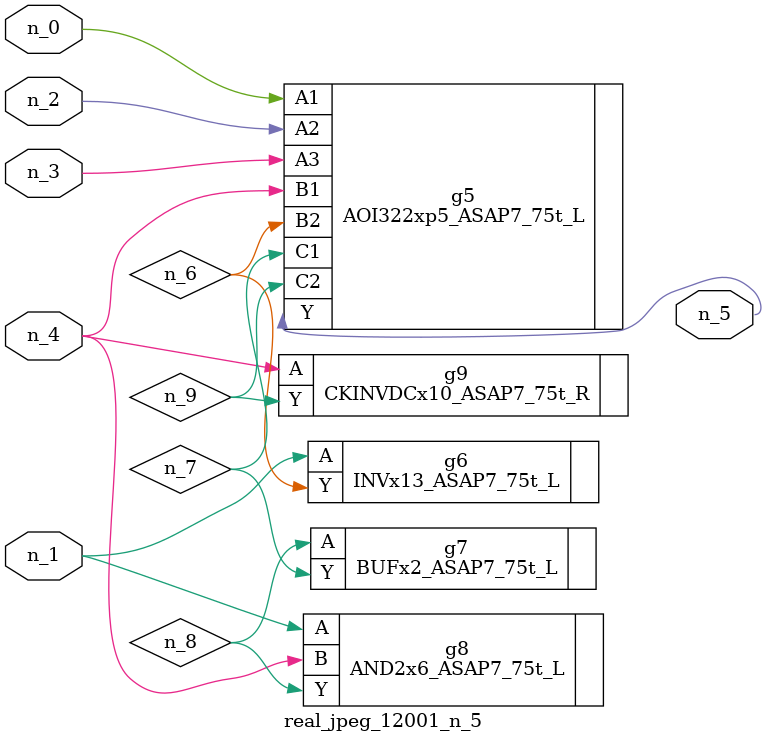
<source format=v>
module real_jpeg_12001_n_5 (n_4, n_0, n_1, n_2, n_3, n_5);

input n_4;
input n_0;
input n_1;
input n_2;
input n_3;

output n_5;

wire n_8;
wire n_6;
wire n_7;
wire n_9;

AOI322xp5_ASAP7_75t_L g5 ( 
.A1(n_0),
.A2(n_2),
.A3(n_3),
.B1(n_4),
.B2(n_6),
.C1(n_7),
.C2(n_9),
.Y(n_5)
);

INVx13_ASAP7_75t_L g6 ( 
.A(n_1),
.Y(n_6)
);

AND2x6_ASAP7_75t_L g8 ( 
.A(n_1),
.B(n_4),
.Y(n_8)
);

CKINVDCx10_ASAP7_75t_R g9 ( 
.A(n_4),
.Y(n_9)
);

BUFx2_ASAP7_75t_L g7 ( 
.A(n_8),
.Y(n_7)
);


endmodule
</source>
